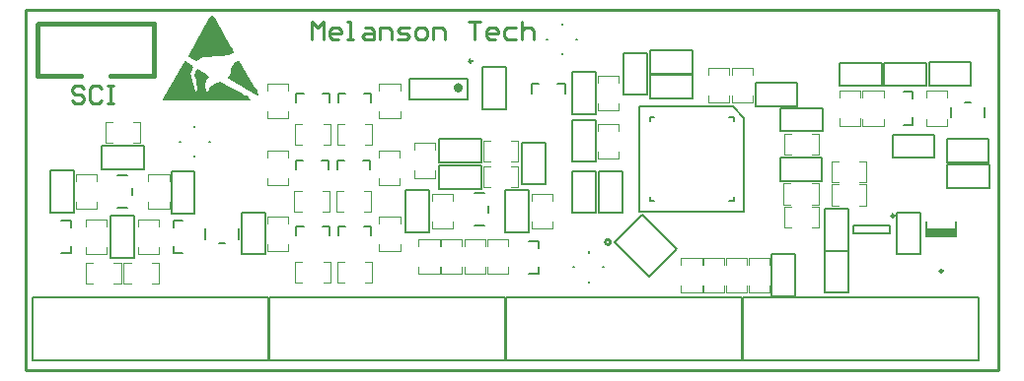
<source format=gto>
G04*
G04 #@! TF.GenerationSoftware,Altium Limited,CircuitStudio,1.5.2 (30)*
G04*
G04 Layer_Color=15065295*
%FSLAX44Y44*%
%MOMM*%
G71*
G01*
G75*
%ADD30C,0.2540*%
%ADD32C,0.2500*%
%ADD39C,0.4000*%
%ADD40C,0.2030*%
%ADD41C,0.2000*%
%ADD42C,0.2032*%
%ADD43C,0.1000*%
%ADD44C,0.1524*%
%ADD45C,0.3810*%
%ADD46C,0.6350*%
%ADD47C,0.1778*%
%ADD48R,2.6000X0.7778*%
D30*
X584500Y540000D02*
Y555235D01*
X589578Y550157D01*
X594656Y555235D01*
Y540000D01*
X607352D02*
X602274D01*
X599735Y542539D01*
Y547617D01*
X602274Y550157D01*
X607352D01*
X609892Y547617D01*
Y545078D01*
X599735D01*
X614970Y540000D02*
X620048D01*
X617509D01*
Y555235D01*
X614970D01*
X630205Y550157D02*
X635283D01*
X637822Y547617D01*
Y540000D01*
X630205D01*
X627666Y542539D01*
X630205Y545078D01*
X637822D01*
X642901Y540000D02*
Y550157D01*
X650518D01*
X653058Y547617D01*
Y540000D01*
X658136D02*
X665753D01*
X668293Y542539D01*
X665753Y545078D01*
X660675D01*
X658136Y547617D01*
X660675Y550157D01*
X668293D01*
X675910Y540000D02*
X680989D01*
X683528Y542539D01*
Y547617D01*
X680989Y550157D01*
X675910D01*
X673371Y547617D01*
Y542539D01*
X675910Y540000D01*
X688606D02*
Y550157D01*
X696224D01*
X698763Y547617D01*
Y540000D01*
X719076Y555235D02*
X729233D01*
X724155D01*
Y540000D01*
X741929D02*
X736851D01*
X734311Y542539D01*
Y547617D01*
X736851Y550157D01*
X741929D01*
X744468Y547617D01*
Y545078D01*
X734311D01*
X759703Y550157D02*
X752086D01*
X749546Y547617D01*
Y542539D01*
X752086Y540000D01*
X759703D01*
X764781Y555235D02*
Y540000D01*
Y547617D01*
X767321Y550157D01*
X772399D01*
X774938Y547617D01*
Y540000D01*
X389656Y497696D02*
X387117Y500235D01*
X382039D01*
X379500Y497696D01*
Y495157D01*
X382039Y492617D01*
X387117D01*
X389656Y490078D01*
Y487539D01*
X387117Y485000D01*
X382039D01*
X379500Y487539D01*
X404892Y497696D02*
X402352Y500235D01*
X397274D01*
X394735Y497696D01*
Y487539D01*
X397274Y485000D01*
X402352D01*
X404892Y487539D01*
X409970Y500235D02*
X415048D01*
X412509D01*
Y485000D01*
X409970D01*
X415048D01*
X339500Y255000D02*
Y565000D01*
X1174500D01*
Y255000D02*
Y565000D01*
X339500Y255000D02*
X1174500D01*
D32*
X841209Y365328D02*
G03*
X841209Y365328I-2236J0D01*
G01*
X722300Y521000D02*
G03*
X722300Y521000I-1250J0D01*
G01*
X1126250Y340500D02*
G03*
X1126250Y340500I-1250J0D01*
G01*
X1085000Y388000D02*
G03*
X1085000Y388000I-1250J0D01*
G01*
D39*
X712500Y498000D02*
G03*
X712500Y498000I-2000J0D01*
G01*
X350000Y553000D02*
X448999D01*
X349500Y552500D02*
X350000Y553000D01*
X349500Y508500D02*
Y552500D01*
X448999Y553000D02*
X449500Y552500D01*
Y508500D02*
Y552500D01*
X350000Y508000D02*
X387000D01*
X349500Y508500D02*
X350000Y508000D01*
X412000D02*
X449000D01*
X449500Y508500D01*
D40*
X868671Y389370D02*
X898370Y359672D01*
X874328Y335630D02*
X898370Y359672D01*
X844630Y365328D02*
X874328Y335630D01*
X844630Y365328D02*
X868671Y389370D01*
X866000Y481800D02*
X946000D01*
X866000Y391800D02*
Y481800D01*
Y391800D02*
X956000D01*
Y471800D01*
X946000Y481800D02*
X956000Y471800D01*
D41*
X731640Y479966D02*
X751960D01*
X731640Y516034D02*
X751960D01*
X731640Y479966D02*
Y516034D01*
X751960Y479966D02*
Y516034D01*
X668500Y506000D02*
X718500D01*
X668500Y488000D02*
X718500D01*
Y506000D01*
X668500Y488000D02*
Y506000D01*
X1112250Y499550D02*
Y519550D01*
X1076250D02*
X1112250D01*
X1076250Y499550D02*
Y519550D01*
Y499550D02*
X1112250D01*
X464500Y390000D02*
X484500D01*
Y426000D01*
X464500D02*
X484500D01*
X464500Y390000D02*
Y426000D01*
X360340Y390966D02*
X380660D01*
X360340Y427034D02*
X380660D01*
X360340Y390966D02*
Y427034D01*
X380660Y390966D02*
Y427034D01*
X412500Y352000D02*
X432500D01*
Y388000D01*
X412500D02*
X432500D01*
X412500Y352000D02*
Y388000D01*
X911374Y510040D02*
Y530360D01*
X875306Y510040D02*
Y530360D01*
Y510040D02*
X911374D01*
X875306Y530360D02*
X911374D01*
X765040Y415066D02*
X785360D01*
X765040Y451134D02*
X785360D01*
X765040Y415066D02*
Y451134D01*
X785360Y415066D02*
Y451134D01*
X694100Y434100D02*
Y454100D01*
Y434100D02*
X730100D01*
Y454100D01*
X694100D02*
X730100D01*
X751100Y374000D02*
X771100D01*
Y410000D01*
X751100D02*
X771100D01*
X751100Y374000D02*
Y410000D01*
X694190Y411330D02*
Y431330D01*
Y411330D02*
X730190D01*
Y431330D01*
X694190D02*
X730190D01*
X524900Y390750D02*
X544900D01*
X524900Y354750D02*
Y390750D01*
Y354750D02*
X544900D01*
Y390750D01*
X1086840Y391034D02*
X1107160D01*
X1086840Y354966D02*
X1107160D01*
Y391034D01*
X1086840Y354966D02*
Y391034D01*
X1025000Y321800D02*
X1045000D01*
Y357800D01*
X1025000D02*
X1045000D01*
X1025000Y321800D02*
Y357800D01*
X1025000Y394000D02*
X1045000D01*
X1025000Y358000D02*
Y394000D01*
Y358000D02*
X1045000D01*
Y394000D01*
X1038130Y499550D02*
Y519550D01*
Y499550D02*
X1074130D01*
Y519550D01*
X1038130D02*
X1074130D01*
X1083500Y438000D02*
Y458000D01*
Y438000D02*
X1119500D01*
Y458000D01*
X1083500D02*
X1119500D01*
X911374Y488810D02*
Y509130D01*
X875306Y488810D02*
Y509130D01*
Y488810D02*
X911374D01*
X875306Y509130D02*
X911374D01*
X965466Y482340D02*
Y502660D01*
X1001534Y482340D02*
Y502660D01*
X965466D02*
X1001534D01*
X965466Y482340D02*
X1001534D01*
X831000Y426584D02*
X851320D01*
X831000Y390516D02*
X851320D01*
Y426584D01*
X831000Y390516D02*
Y426584D01*
X808500Y390584D02*
X828500D01*
Y426584D01*
X808500D02*
X828500D01*
X808500Y390584D02*
Y426584D01*
X808500Y470300D02*
X828500D01*
X808500Y434300D02*
Y470300D01*
Y434300D02*
X828500D01*
Y470300D01*
X979600Y319100D02*
X999600D01*
Y355100D01*
X979600D02*
X999600D01*
X979600Y319100D02*
Y355100D01*
X1022800Y418100D02*
Y438100D01*
X986800D02*
X1022800D01*
X986800Y418100D02*
Y438100D01*
Y418100D02*
X1022800D01*
X1112000Y370000D02*
Y383360D01*
Y370000D02*
X1112000Y370000D01*
X1138000D02*
Y383360D01*
X1112000Y370000D02*
X1138000D01*
X1081000Y372500D02*
Y379500D01*
X1050000Y372500D02*
Y379500D01*
X1081000D01*
X1050000Y372500D02*
X1081000D01*
X1130200Y411800D02*
Y431800D01*
Y411800D02*
X1166200D01*
Y431800D01*
X1130200D02*
X1166200D01*
X1114500Y500000D02*
Y520000D01*
Y500000D02*
X1150500D01*
Y520000D01*
X1114500D02*
X1150500D01*
X1023400Y460700D02*
Y480700D01*
X987400D02*
X1023400D01*
X987400Y460700D02*
Y480700D01*
Y460700D02*
X1023400D01*
X852640Y492166D02*
X872960D01*
X852640Y528234D02*
X872960D01*
X852640Y492166D02*
Y528234D01*
X872960Y492166D02*
Y528234D01*
X665240Y410034D02*
X685560D01*
X665240Y373966D02*
X685560D01*
Y410034D01*
X665240Y373966D02*
Y410034D01*
X404466Y448160D02*
X440534D01*
X404466Y427840D02*
X440534D01*
X404466D02*
Y448160D01*
X440534Y427840D02*
Y448160D01*
X1130000Y434000D02*
Y454000D01*
Y434000D02*
X1166000D01*
Y454000D01*
X1130000D02*
X1166000D01*
X828500Y475660D02*
Y511660D01*
X808500Y475660D02*
X828500D01*
X808500D02*
Y511660D01*
X828500D01*
D42*
X1100724Y488626D02*
Y494626D01*
X1092612D02*
X1100724D01*
Y466402D02*
Y472498D01*
X1092612Y466402D02*
X1100724D01*
X724245Y379406D02*
X732835D01*
X724245Y407854D02*
X732835D01*
X736645Y390945D02*
Y396315D01*
X418205Y394776D02*
X426795D01*
X418205Y423224D02*
X426795D01*
X430605Y406315D02*
Y411685D01*
X465976Y355924D02*
Y361924D01*
Y355924D02*
X474088D01*
X465976Y378052D02*
Y384148D01*
X474088D01*
X378024Y378076D02*
Y384076D01*
X369912D02*
X378024D01*
Y355852D02*
Y361948D01*
X369912Y355852D02*
X378024D01*
X571674Y378924D02*
X577674D01*
X571674Y370812D02*
Y378924D01*
X593802D02*
X599898D01*
Y370812D02*
Y378924D01*
X570924Y435924D02*
X576924D01*
X570924Y427812D02*
Y435924D01*
X593052D02*
X599148D01*
Y427812D02*
Y435924D01*
X607674Y378924D02*
X613674D01*
X607674Y370812D02*
Y378924D01*
X629802D02*
X635898D01*
Y370812D02*
Y378924D01*
X493426Y368205D02*
Y376795D01*
X521874Y368205D02*
Y376795D01*
X504965Y364395D02*
X510335D01*
X571674Y493424D02*
X577674D01*
X571674Y485312D02*
Y493424D01*
X593802D02*
X599898D01*
Y485312D02*
Y493424D01*
X607674D02*
X613674D01*
X607674Y485312D02*
Y493424D01*
X629802D02*
X635898D01*
Y485312D02*
Y493424D01*
X779624Y360476D02*
Y366476D01*
X771512D02*
X779624D01*
Y338252D02*
Y344348D01*
X771512Y338252D02*
X779624D01*
X1162224Y472705D02*
Y481295D01*
X1133776Y472705D02*
Y481295D01*
X1145315Y485105D02*
X1150685D01*
X457971Y488069D02*
X476513Y520327D01*
X457971Y488069D02*
X531885D01*
X506231Y502802D02*
X531885Y488069D01*
X499881Y500008D02*
X506231Y502802D01*
X497849Y497721D02*
X499881Y500008D01*
X497595Y494927D02*
X497849Y497721D01*
X496071Y493657D02*
X497595Y494927D01*
X493785Y493912D02*
X496071Y493657D01*
X492769Y500261D02*
X493785Y493912D01*
X492769Y500261D02*
X493785Y504580D01*
X496071Y507627D01*
X486673Y513215D02*
X496071Y507627D01*
X484895Y508135D02*
X486673Y513215D01*
X484895Y508135D02*
X486419Y504833D01*
X486673Y501531D01*
X487943Y496198D01*
X486673Y494420D02*
X487943Y496198D01*
X485403Y493912D02*
X486673Y494420D01*
X483879Y494674D02*
X485403Y493912D01*
X480069Y510168D02*
X483879Y494674D01*
X480069Y510168D02*
X480577Y512453D01*
X482609Y516264D01*
X476513Y520327D02*
X482609Y516264D01*
X521979Y520327D02*
X538489Y492388D01*
X513343Y506866D02*
X538489Y492388D01*
X513343Y506866D02*
X516137Y509660D01*
X516645Y513215D01*
X517153Y516009D01*
X519439Y519311D01*
X521979Y520327D01*
X479561Y525662D02*
X499500Y560000D01*
X479561Y525662D02*
X486165Y521852D01*
X488197Y523884D01*
X490483Y525662D01*
X506739Y525915D01*
X514105Y527186D01*
X517407Y528964D01*
X499500Y560000D02*
X517407Y528964D01*
X606924Y435924D02*
X612924D01*
X606924Y427812D02*
Y435924D01*
X629052D02*
X635148D01*
Y427812D02*
Y435924D01*
X802097Y493162D02*
Y501274D01*
X796002D02*
X802097D01*
X773874Y493162D02*
Y501274D01*
X779874D01*
D43*
X1057500Y465500D02*
Y471500D01*
Y465500D02*
X1075500D01*
Y471500D01*
X1057500Y489500D02*
Y495500D01*
X1075500D01*
Y489500D02*
Y495500D01*
X1130000Y489500D02*
Y495500D01*
X1112000D02*
X1130000D01*
X1112000Y489500D02*
Y495500D01*
X1130000Y465500D02*
Y471500D01*
X1112000Y465500D02*
X1130000D01*
X1112000D02*
Y471500D01*
X1055950Y489550D02*
Y495550D01*
X1037950D02*
X1055950D01*
X1037950Y489550D02*
Y495550D01*
X1055950Y465550D02*
Y471550D01*
X1037950Y465550D02*
X1055950D01*
X1037950D02*
Y471550D01*
X690700Y444700D02*
Y450700D01*
X672700D02*
X690700D01*
X672700Y444700D02*
Y450700D01*
X690700Y420700D02*
Y426700D01*
X672700Y420700D02*
X690700D01*
X672700D02*
Y426700D01*
X958400Y346100D02*
Y352100D01*
X940400D02*
X958400D01*
X940400Y346100D02*
Y352100D01*
X958400Y322100D02*
Y328100D01*
X940400Y322100D02*
X958400D01*
X940400D02*
Y328100D01*
X848500Y461000D02*
Y467000D01*
X830500D02*
X848500D01*
X830500Y461000D02*
Y467000D01*
X848500Y437000D02*
Y443000D01*
X830500Y437000D02*
X848500D01*
X830500D02*
Y443000D01*
X732190Y452330D02*
X738190D01*
X732190Y434330D02*
Y452330D01*
Y434330D02*
X738190D01*
X756190Y452330D02*
X762190D01*
Y434330D02*
Y452330D01*
X756190Y434330D02*
X762190D01*
X756190Y412330D02*
X762190D01*
Y430330D01*
X756190D02*
X762190D01*
X732190Y412330D02*
X738190D01*
X732190D02*
Y430330D01*
X738190D01*
X431500Y451000D02*
X437500D01*
Y469000D01*
X431500D02*
X437500D01*
X407500Y451000D02*
X413500D01*
X407500D02*
Y469000D01*
X413500D01*
X1055000Y417000D02*
X1061000D01*
Y435000D01*
X1055000D02*
X1061000D01*
X1031000Y417000D02*
X1037000D01*
X1031000D02*
Y435000D01*
X1037000D01*
X1031000Y415000D02*
X1037000D01*
X1031000Y397000D02*
Y415000D01*
Y397000D02*
X1037000D01*
X1055000Y415000D02*
X1061000D01*
Y397000D02*
Y415000D01*
X1055000Y397000D02*
X1061000D01*
X570750Y348400D02*
X576750D01*
X570750Y330400D02*
Y348400D01*
Y330400D02*
X576750D01*
X594750Y348400D02*
X600750D01*
Y330400D02*
Y348400D01*
X594750Y330400D02*
X600750D01*
X570000Y409400D02*
X576000D01*
X570000Y391400D02*
Y409400D01*
Y391400D02*
X576000D01*
X594000Y409400D02*
X600000D01*
Y391400D02*
Y409400D01*
X594000Y391400D02*
X600000D01*
X630750Y330400D02*
X636750D01*
Y348400D01*
X630750D02*
X636750D01*
X606750Y330400D02*
X612750D01*
X606750D02*
Y348400D01*
X612750D01*
X630000Y391400D02*
X636000D01*
Y409400D01*
X630000D02*
X636000D01*
X606000Y391400D02*
X612000D01*
X606000D02*
Y409400D01*
X612000D01*
X564750Y381400D02*
Y387400D01*
X546750D02*
X564750D01*
X546750Y381400D02*
Y387400D01*
X564750Y357400D02*
Y363400D01*
X546750Y357400D02*
X564750D01*
X546750D02*
Y363400D01*
X564750Y438250D02*
Y444250D01*
X546750D02*
X564750D01*
X546750Y438250D02*
Y444250D01*
X564750Y414250D02*
Y420250D01*
X546750Y414250D02*
X564750D01*
X546750D02*
Y420250D01*
X660750Y381400D02*
Y387400D01*
X642750D02*
X660750D01*
X642750Y381400D02*
Y387400D01*
X660750Y357400D02*
Y363400D01*
X642750Y357400D02*
X660750D01*
X642750D02*
Y363400D01*
X660000Y438250D02*
Y444250D01*
X642000D02*
X660000D01*
X642000Y438250D02*
Y444250D01*
X660000Y414250D02*
Y420250D01*
X642000Y414250D02*
X660000D01*
X642000D02*
Y420250D01*
X959600Y322100D02*
Y328100D01*
Y322100D02*
X977600D01*
Y328100D01*
X959600Y346100D02*
Y352100D01*
X977600D01*
Y346100D02*
Y352100D01*
X943100Y509400D02*
Y515400D01*
X925100D02*
X943100D01*
X925100Y509400D02*
Y515400D01*
X943100Y485400D02*
Y491400D01*
X925100Y485400D02*
X943100D01*
X925100D02*
Y491400D01*
X1013800Y397800D02*
X1019800D01*
Y415800D01*
X1013800D02*
X1019800D01*
X989800Y397800D02*
X995800D01*
X989800D02*
Y415800D01*
X995800D01*
X963100Y509400D02*
Y515400D01*
X945100D02*
X963100D01*
X945100Y509400D02*
Y515400D01*
X963100Y485400D02*
Y491400D01*
X945100Y485400D02*
X963100D01*
X945100D02*
Y491400D01*
X570750Y466900D02*
X576750D01*
X570750Y448900D02*
Y466900D01*
Y448900D02*
X576750D01*
X594750Y466900D02*
X600750D01*
Y448900D02*
Y466900D01*
X594750Y448900D02*
X600750D01*
X630750D02*
X636750D01*
Y466900D01*
X630750D02*
X636750D01*
X606750Y448900D02*
X612750D01*
X606750D02*
Y466900D01*
X612750D01*
X564750Y495900D02*
Y501900D01*
X546750D02*
X564750D01*
X546750Y495900D02*
Y501900D01*
X564750Y471900D02*
Y477900D01*
X546750Y471900D02*
X564750D01*
X546750D02*
Y477900D01*
X660750Y495900D02*
Y501900D01*
X642750D02*
X660750D01*
X642750Y495900D02*
Y501900D01*
X660750Y471900D02*
Y477900D01*
X642750Y471900D02*
X660750D01*
X642750D02*
Y477900D01*
X1014400Y440400D02*
X1020400D01*
Y458400D01*
X1014400D02*
X1020400D01*
X990400Y440400D02*
X996400D01*
X990400D02*
Y458400D01*
X996400D01*
X735700Y337798D02*
Y343798D01*
Y337798D02*
X753700D01*
Y343798D01*
X735700Y361798D02*
Y367798D01*
X753700D01*
Y361798D02*
Y367798D01*
X733900Y361800D02*
Y367800D01*
X715900D02*
X733900D01*
X715900Y361800D02*
Y367800D01*
X733900Y337800D02*
Y343800D01*
X715900Y337800D02*
X733900D01*
X715900D02*
Y343800D01*
X688000Y377000D02*
Y383000D01*
Y377000D02*
X706000D01*
Y383000D01*
X688000Y401000D02*
Y407000D01*
X706000D01*
Y401000D02*
Y407000D01*
X676600Y338000D02*
Y344000D01*
Y338000D02*
X694600D01*
Y344000D01*
X676600Y362000D02*
Y368000D01*
X694600D01*
Y362000D02*
Y368000D01*
X695800Y337800D02*
Y343800D01*
Y337800D02*
X713800D01*
Y343800D01*
X695800Y361800D02*
Y367800D01*
X713800D01*
Y361800D02*
Y367800D01*
X791800Y401000D02*
Y407000D01*
X773800D02*
X791800D01*
X773800Y401000D02*
Y407000D01*
X791800Y377000D02*
Y383000D01*
X773800Y377000D02*
X791800D01*
X773800D02*
Y383000D01*
X462500Y418000D02*
Y424000D01*
X444500D02*
X462500D01*
X444500Y418000D02*
Y424000D01*
X462500Y394000D02*
Y400000D01*
X444500Y394000D02*
X462500D01*
X444500D02*
Y400000D01*
X382500Y394000D02*
Y400000D01*
Y394000D02*
X400500D01*
Y400000D01*
X382500Y418000D02*
Y424000D01*
X400500D01*
Y418000D02*
Y424000D01*
X990000Y396000D02*
X996000D01*
X990000Y378000D02*
Y396000D01*
Y378000D02*
X996000D01*
X1014000Y396000D02*
X1020000D01*
Y378000D02*
Y396000D01*
X1014000Y378000D02*
X1020000D01*
X901750Y322100D02*
Y328100D01*
Y322100D02*
X919750D01*
Y328100D01*
X901750Y346100D02*
Y352100D01*
X919750D01*
Y346100D02*
Y352100D01*
X920950Y322100D02*
Y328100D01*
Y322100D02*
X938950D01*
Y328100D01*
X920950Y346100D02*
Y352100D01*
X938950D01*
Y346100D02*
Y352100D01*
X447500Y329453D02*
X453500D01*
Y347453D01*
X447500D02*
X453500D01*
X423500Y329453D02*
X429500D01*
X423500D02*
Y347453D01*
X429500D01*
X391039D02*
X397039D01*
X391039Y329453D02*
Y347453D01*
Y329453D02*
X397039D01*
X415039Y347453D02*
X421039D01*
Y329453D02*
Y347453D01*
X415039Y329453D02*
X421039D01*
X848500Y502500D02*
Y508500D01*
X830500D02*
X848500D01*
X830500Y502500D02*
Y508500D01*
X848500Y478500D02*
Y484500D01*
X830500Y478500D02*
X848500D01*
X830500D02*
Y484500D01*
X409039Y379000D02*
Y385000D01*
X391039D02*
X409039D01*
X391039Y379000D02*
Y385000D01*
X409039Y355000D02*
Y361000D01*
X391039Y355000D02*
X409039D01*
X391039D02*
Y361000D01*
X453500Y379000D02*
Y385000D01*
X435500D02*
X453500D01*
X435500Y379000D02*
Y385000D01*
X453500Y355000D02*
Y361000D01*
X435500Y355000D02*
X453500D01*
X435500D02*
Y361000D01*
D44*
X811692Y540000D02*
X812962D01*
X799500Y526792D02*
Y528062D01*
X786038Y540000D02*
X787308D01*
X799500Y552192D02*
Y553462D01*
X822500Y356192D02*
Y357462D01*
X834438Y344000D02*
X835708D01*
X822500Y330538D02*
Y331808D01*
X809038Y344000D02*
X810308D01*
X484500Y464192D02*
Y465462D01*
X496438Y452000D02*
X497708D01*
X484500Y438538D02*
Y439808D01*
X471038Y452000D02*
X472308D01*
X943258Y472614D02*
X946814D01*
Y400986D02*
Y404542D01*
X875186Y400986D02*
X878742D01*
X875186Y469058D02*
Y472614D01*
X946814Y469058D02*
Y472614D01*
X875186D02*
X878742D01*
X875186Y400986D02*
Y404542D01*
X943258Y400986D02*
X946814D01*
D45*
X531377Y499245D02*
X535441Y495690D01*
X522741Y490610D02*
X528075Y489339D01*
D46*
X505215Y494420D02*
X516899Y490863D01*
X496833Y490610D02*
X516899Y490863D01*
X470163Y494165D02*
X474989Y502547D01*
X477021Y490610D01*
X462543D02*
X477021D01*
X462543D02*
X478291Y516264D01*
X479053Y514486D01*
X477275Y510929D02*
X479053Y514486D01*
X477275Y510929D02*
X481593Y491118D01*
X488959D01*
X487943Y508898D02*
X491753Y507119D01*
X487943Y508898D02*
X489975Y504325D01*
X490229Y492896D01*
X493785Y490610D01*
X499881Y492896D01*
X501659Y496959D01*
X506231Y499245D01*
X522741Y490610D01*
X521979Y512707D02*
X531377Y499245D01*
X517661Y507119D02*
X531377Y499245D01*
X517661Y507119D02*
X520963Y516517D01*
X498357Y537599D02*
X505215Y536838D01*
X499119Y545981D02*
X505215Y536838D01*
X490991Y533027D02*
X499119Y545981D01*
X490991Y533027D02*
X511819Y532011D01*
X499627Y555379D02*
X511819Y532011D01*
X483371Y525915D02*
X499627Y555379D01*
X483371Y525915D02*
X485911Y525662D01*
X490483Y528709D01*
X513343Y529980D01*
D47*
X954450Y264050D02*
Y318050D01*
Y264050D02*
X1157150D01*
X954450Y318050D02*
X1157150D01*
Y264050D02*
Y318050D01*
X751250Y264050D02*
Y318050D01*
Y264050D02*
X953950D01*
X751250Y318050D02*
X953950D01*
Y264050D02*
Y318050D01*
X548050Y264050D02*
Y318050D01*
Y264050D02*
X750750D01*
X548050Y318050D02*
X750750D01*
Y264050D02*
Y318050D01*
X344850Y264050D02*
Y318050D01*
Y264050D02*
X547550D01*
X344850Y318050D02*
X547550D01*
Y264050D02*
Y318050D01*
D48*
X1125000Y374115D02*
D03*
M02*

</source>
